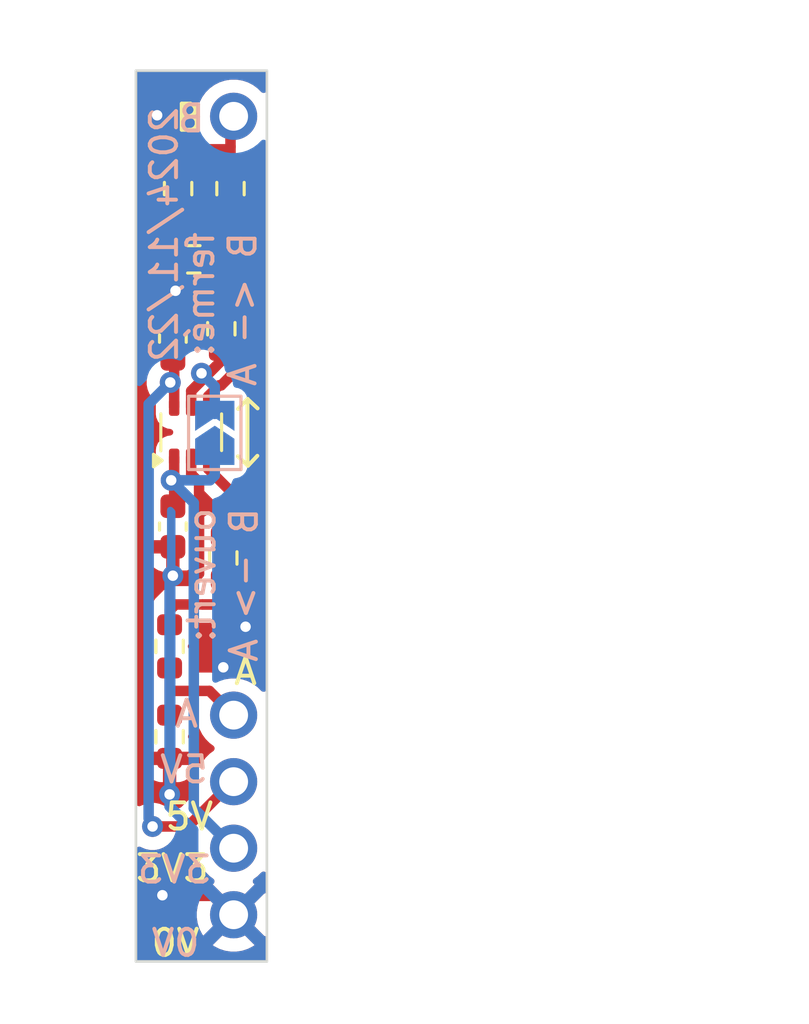
<source format=kicad_pcb>
(kicad_pcb (version 20241229) (generator "pcbnew") (generator_version "9.0")
  (layers (0 "F.Cu" signal) (2 "B.Cu" signal) (13 "F.Paste" user) (15 "B.Paste" user) (5 "F.SilkS" user "F.Silkscreen") (7 "B.SilkS" user "B.Silkscreen") (1 "F.Mask" user) (3 "B.Mask" user) (25 "Edge.Cuts" user))
  (net 0 "")
  (net 1 "/GND")
  (net 2 "/3V3")
  (net 3 "/5V")
  (net 4 "/OUT_i")
  (net 5 "Net-(U1-A)")
  (net 6 "Net-(U1-B)")
  (net 7 "/OUT")
  (net 8 "Net-(JP1-B)")
  (footprint "Resistor_SMD:R_0603_1608Metric" (layer "F.Cu") (at 248.525 82.9 90)
    (property "Reference" "R3" (hide yes))
    (property "Value" "NM")
    (fp_line (start -0.237258 -0.5225) (end 0.237258 -0.5225) (stroke (width 0.12)) (layer "F.SilkS"))
    (fp_line (start -0.237258 0.5225) (end 0.237258 0.5225) (stroke (width 0.12)) (layer "F.SilkS"))
    (pad "1" smd roundrect (at -0.825 0 90) (size 0.8 0.95) (layers "F.Cu" "F.Mask" "F.Paste") (net 5 "Net-(U1-A)"))
    (pad "2" smd roundrect (at 0.825 0 90) (size 0.8 0.95) (layers "F.Cu" "F.Mask" "F.Paste") (net 1 "/GND"))
  )
  (footprint "Chimere_comps:Pastille" (layer "F.Cu") (at 248.92 88.9)
    (property "Reference" "TP2" (hide yes))
    (property "Value" "TestPoint" (hide yes))
    (pad "1" thru_hole circle (at 0 0) (size 1.8 1.8) (drill 1.1) (layers "*.Cu" "*.Mask") (net 4 "/OUT_i"))
  )
  (footprint "Resistor_SMD:R_0603_1608Metric" (layer "F.Cu") (at 246.8 68.8 -90)
    (property "Reference" "R7" (hide yes))
    (property "Value" "100k")
    (fp_line (start -0.237258 0.5225) (end 0.237258 0.5225) (stroke (width 0.12)) (layer "F.SilkS"))
    (fp_line (start -0.237258 -0.5225) (end 0.237258 -0.5225) (stroke (width 0.12)) (layer "F.SilkS"))
    (pad "1" smd roundrect (at -0.825 0 270) (size 0.8 0.95) (layers "F.Cu" "F.Mask" "F.Paste") (net 7 "/OUT"))
    (pad "2" smd roundrect (at 0.825 0 270) (size 0.8 0.95) (layers "F.Cu" "F.Mask" "F.Paste") (net 1 "/GND"))
  )
  (footprint "Resistor_SMD:R_0603_1608Metric" (layer "F.Cu") (at 247.4 71.5 180)
    (property "Reference" "R5" (hide yes))
    (property "Value" "NM")
    (fp_line (start -0.237258 0.5225) (end 0.237258 0.5225) (stroke (width 0.12)) (layer "F.SilkS"))
    (fp_line (start -0.237258 -0.5225) (end 0.237258 -0.5225) (stroke (width 0.12)) (layer "F.SilkS"))
    (pad "1" smd roundrect (at -0.825 0 180) (size 0.8 0.95) (layers "F.Cu" "F.Mask" "F.Paste") (net 6 "Net-(U1-B)"))
    (pad "2" smd roundrect (at 0.825 0 180) (size 0.8 0.95) (layers "F.Cu" "F.Mask" "F.Paste") (net 1 "/GND"))
  )
  (footprint "Resistor_SMD:R_0603_1608Metric" (layer "F.Cu") (at 248.8 68.8 90)
    (property "Reference" "R6" (hide yes))
    (property "Value" "1k")
    (fp_line (start -0.237258 -0.5225) (end 0.237258 -0.5225) (stroke (width 0.12)) (layer "F.SilkS"))
    (fp_line (start -0.237258 0.5225) (end 0.237258 0.5225) (stroke (width 0.12)) (layer "F.SilkS"))
    (pad "1" smd roundrect (at -0.825 0 90) (size 0.8 0.95) (layers "F.Cu" "F.Mask" "F.Paste") (net 6 "Net-(U1-B)"))
    (pad "2" smd roundrect (at 0.825 0 90) (size 0.8 0.95) (layers "F.Cu" "F.Mask" "F.Paste") (net 7 "/OUT"))
  )
  (footprint "Chimere_comps:Pastille" (layer "F.Cu") (at 248.92 66.04)
    (property "Reference" "TP1" (hide yes))
    (property "Value" "TestPoint" (hide yes))
    (pad "1" thru_hole circle (at 0 0) (size 1.8 1.8) (drill 1.1) (layers "*.Cu" "*.Mask") (net 7 "/OUT"))
  )
  (footprint "Resistor_SMD:R_0603_1608Metric" (layer "F.Cu") (at 246.475 86.275 90)
    (property "Reference" "R2" (hide yes))
    (property "Value" "1k")
    (fp_line (start -0.237258 -0.5225) (end 0.237258 -0.5225) (stroke (width 0.12)) (layer "F.SilkS"))
    (fp_line (start -0.237258 0.5225) (end 0.237258 0.5225) (stroke (width 0.12)) (layer "F.SilkS"))
    (pad "1" smd roundrect (at -0.825 0 90) (size 0.8 0.95) (layers "F.Cu" "F.Mask" "F.Paste") (net 4 "/OUT_i"))
    (pad "2" smd roundrect (at 0.825 0 90) (size 0.8 0.95) (layers "F.Cu" "F.Mask" "F.Paste") (net 5 "Net-(U1-A)"))
  )
  (footprint "Package_TO_SOT_SMD:SOT-363_SC-70-6" (layer "F.Cu") (at 247.3 78.1 90)
    (property "Reference" "U1" (hide yes))
    (property "Value" "SN74LVC1T45DCK" (hide yes))
    (fp_line (start -0.71 -1.16) (end 0.7 -1.16) (stroke (width 0.12)) (layer "F.SilkS"))
    (fp_line (start -0.7 1.16) (end 0.7 1.16) (stroke (width 0.12)) (layer "F.SilkS"))
    (fp_poly (pts (xy -1.08 -1.11) (xy -1.32 -1.44) (xy -0.84 -1.44) (xy -1.08 -1.11)) (stroke (width 0.12)) (fill yes) (layer "F.SilkS"))
    (pad "1" smd roundrect (at -0.95 -0.65 90) (size 0.65 0.4) (layers "F.Cu" "F.Mask" "F.Paste") (net 2 "/3V3"))
    (pad "2" smd roundrect (at -0.95 0 90) (size 0.65 0.4) (layers "F.Cu" "F.Mask" "F.Paste") (net 1 "/GND"))
    (pad "3" smd roundrect (at -0.95 0.65 90) (size 0.65 0.4) (layers "F.Cu" "F.Mask" "F.Paste") (net 5 "Net-(U1-A)"))
    (pad "4" smd roundrect (at 0.95 0.65 90) (size 0.65 0.4) (layers "F.Cu" "F.Mask" "F.Paste") (net 6 "Net-(U1-B)"))
    (pad "5" smd roundrect (at 0.95 0 90) (size 0.65 0.4) (layers "F.Cu" "F.Mask" "F.Paste") (net 8 "Net-(JP1-B)"))
    (pad "6" smd roundrect (at 0.95 -0.65 90) (size 0.65 0.4) (layers "F.Cu" "F.Mask" "F.Paste") (net 3 "/5V"))
  )
  (footprint "Capacitor_SMD:C_0603_1608Metric" (layer "F.Cu") (at 246.6 81.7 -90)
    (property "Reference" "C1" (hide yes))
    (property "Value" "100nF 50V X7R")
    (fp_line (start -0.14058 0.51) (end 0.14058 0.51) (stroke (width 0.12)) (layer "F.SilkS"))
    (fp_line (start -0.14058 -0.51) (end 0.14058 -0.51) (stroke (width 0.12)) (layer "F.SilkS"))
    (pad "1" smd roundrect (at -0.775 0 270) (size 0.9 0.95) (layers "F.Cu" "F.Mask" "F.Paste") (net 2 "/3V3"))
    (pad "2" smd roundrect (at 0.775 0 270) (size 0.9 0.95) (layers "F.Cu" "F.Mask" "F.Paste") (net 1 "/GND"))
  )
  (footprint "Capacitor_SMD:C_0603_1608Metric" (layer "F.Cu") (at 246.6 74.525 90)
    (property "Reference" "C2" (hide yes))
    (property "Value" "100nF 50V X7R")
    (fp_line (start -0.14058 -0.51) (end 0.14058 -0.51) (stroke (width 0.12)) (layer "F.SilkS"))
    (fp_line (start -0.14058 0.51) (end 0.14058 0.51) (stroke (width 0.12)) (layer "F.SilkS"))
    (pad "1" smd roundrect (at -0.775 0 90) (size 0.9 0.95) (layers "F.Cu" "F.Mask" "F.Paste") (net 3 "/5V"))
    (pad "2" smd roundrect (at 0.775 0 90) (size 0.9 0.95) (layers "F.Cu" "F.Mask" "F.Paste") (net 1 "/GND"))
  )
  (footprint "Resistor_SMD:R_0603_1608Metric" (layer "F.Cu") (at 246.475 89.725 -90)
    (property "Reference" "R1" (hide yes))
    (property "Value" "100k")
    (fp_line (start -0.237258 0.5225) (end 0.237258 0.5225) (stroke (width 0.12)) (layer "F.SilkS"))
    (fp_line (start -0.237258 -0.5225) (end 0.237258 -0.5225) (stroke (width 0.12)) (layer "F.SilkS"))
    (pad "1" smd roundrect (at -0.825 0 270) (size 0.8 0.95) (layers "F.Cu" "F.Mask" "F.Paste") (net 4 "/OUT_i"))
    (pad "2" smd roundrect (at 0.825 0 270) (size 0.8 0.95) (layers "F.Cu" "F.Mask" "F.Paste") (net 1 "/GND"))
  )
  (footprint "Chimere_comps:Pastille" (layer "F.Cu") (at 248.92 96.52)
    (property "Reference" "TP5" (hide yes))
    (property "Value" "TestPoint" (hide yes))
    (pad "1" thru_hole circle (at 0 0) (size 1.8 1.8) (drill 1.1) (layers "*.Cu" "*.Mask") (net 1 "/GND"))
  )
  (footprint "Chimere_comps:Pastille" (layer "F.Cu") (at 248.92 91.44)
    (property "Reference" "TP3" (hide yes))
    (property "Value" "TestPoint" (hide yes))
    (pad "1" thru_hole circle (at 0 0) (size 1.8 1.8) (drill 1.1) (layers "*.Cu" "*.Mask") (net 3 "/5V"))
  )
  (footprint "Resistor_SMD:R_0603_1608Metric" (layer "F.Cu") (at 248.45 74.15 90)
    (property "Reference" "R4" (hide yes))
    (property "Value" "100k")
    (fp_line (start -0.237258 -0.5225) (end 0.237258 -0.5225) (stroke (width 0.12)) (layer "F.SilkS"))
    (fp_line (start -0.237258 0.5225) (end 0.237258 0.5225) (stroke (width 0.12)) (layer "F.SilkS"))
    (pad "1" smd roundrect (at -0.825 0 90) (size 0.8 0.95) (layers "F.Cu" "F.Mask" "F.Paste") (net 8 "Net-(JP1-B)"))
    (pad "2" smd roundrect (at 0.825 0 90) (size 0.8 0.95) (layers "F.Cu" "F.Mask" "F.Paste") (net 1 "/GND"))
  )
  (footprint "Chimere_comps:Pastille" (layer "F.Cu") (at 248.92 93.98)
    (property "Reference" "TP4" (hide yes))
    (property "Value" "TestPoint" (hide yes))
    (pad "1" thru_hole circle (at 0 0) (size 1.8 1.8) (drill 1.1) (layers "*.Cu" "*.Mask") (net 2 "/3V3"))
  )
  (footprint "Jumper:SolderJumper-2_P1.3mm_Open_TrianglePad1.0x1.5mm" (layer "B.Cu") (at 248.2 78.125 90)
    (property "Reference" "JP1" (hide yes))
    (property "Value" "SolderJumper_2_Open" (hide yes))
    (fp_line (start 1.4 -1) (end -1.4 -1) (stroke (width 0.12)) (layer "B.SilkS"))
    (fp_line (start -1.4 -1) (end -1.4 1) (stroke (width 0.12)) (layer "B.SilkS"))
    (fp_line (start 1.4 1) (end 1.4 -1) (stroke (width 0.12)) (layer "B.SilkS"))
    (fp_line (start -1.4 1) (end 1.4 1) (stroke (width 0.12)) (layer "B.SilkS"))
    (pad "1" smd custom (at -0.725 0 90) (size 0.3 0.3) (layers "B.Cu" "B.Mask") (net 2 "/3V3") (options (clearance outline) (anchor rect)) (primitives (gr_poly (pts (xy 1 0) (xy 0.5 -0.75) (xy -0.5 -0.75) (xy -0.5 0.75) (xy 0.5 0.75)) (width 0) (fill yes))))
    (pad "2" smd custom (at 0.725 0 90) (size 0.3 0.3) (layers "B.Cu" "B.Mask") (net 8 "Net-(JP1-B)") (options (clearance outline) (anchor rect)) (primitives (gr_poly (pts (xy 0.5 -0.75) (xy -0.65 -0.75) (xy -0.15 0) (xy -0.65 0.75) (xy 0.5 0.75)) (width 0) (fill yes))))
  )
  (gr_line (start 249.45 76.83) (end 249.45 79.37) (stroke (width 0.15)) (layer "F.SilkS"))
  (gr_line (start 249.0825 79.02) (end 249.4675 79.38) (stroke (width 0.15)) (layer "F.SilkS"))
  (gr_line (start 249.0925 77.21) (end 249.4525 76.825) (stroke (width 0.15)) (layer "F.SilkS"))
  (gr_line (start 249.835 77.19) (end 249.45 76.83) (stroke (width 0.15)) (layer "F.SilkS"))
  (gr_line (start 249.825 79) (end 249.465 79.385) (stroke (width 0.15)) (layer "F.SilkS"))
  (gr_line (start 245.19 98.3) (end 245.19 64.3) (stroke (width 0.1)) (layer "Edge.Cuts"))
  (gr_line (start 250.19 64.3) (end 245.19 64.3) (stroke (width 0.1)) (layer "Edge.Cuts"))
  (gr_line (start 250.19 98.3) (end 245.19 98.3) (stroke (width 0.1)) (layer "Edge.Cuts"))
  (gr_line (start 250.19 98.3) (end 250.19 64.3) (stroke (width 0.1)) (layer "Edge.Cuts"))
  (gr_text "A" (at 249.375 87.225 0) (layer "F.SilkS") (effects (font (size 1 1))))
  (gr_text "B" (at 247.2 66.1 0) (layer "F.SilkS") (effects (font (size 1 1))))
  (gr_text "0V" (at 246.7 97.6 0) (layer "F.SilkS") (effects (font (size 1 1))))
  (gr_text "5V" (at 247.225 92.775 0) (layer "F.SilkS") (effects (font (size 1 1))))
  (gr_text "3V3" (at 246.575 94.75 0) (layer "F.SilkS") (effects (font (size 1 1))))
  (gr_text "5V" (at 247.025 90.975 0) (layer "B.SilkS") (effects (font (size 1 1)) (justify mirror)))
  (gr_text "B" (at 247.3 66.125 0) (layer "B.SilkS") (effects (font (size 1 1)) (justify mirror)))
  (gr_text "A" (at 247.125 88.85 0) (layer "B.SilkS") (effects (font (size 1 1)) (justify mirror)))
  (gr_text "0V" (at 246.7 97.6 0) (layer "B.SilkS") (effects (font (size 1 1)) (justify mirror)))
  (gr_text "fermé:\nB <- A" (at 249.85 70.375 90) (layer "B.SilkS") (effects (font (size 1 1)) (justify left bottom mirror)))
  (gr_text "2024/11/22" (at 246.85 65.6 90) (layer "B.SilkS") (effects (font (size 1 1)) (justify left bottom mirror)))
  (gr_text "ouvert:\nB -> A" (at 249.9 80.9 90) (layer "B.SilkS") (effects (font (size 1 1)) (justify left bottom mirror)))
  (gr_text "3V3" (at 246.65 94.8 0) (layer "B.SilkS") (effects (font (size 1 1)) (justify mirror)))
  (segment (start 246.725 72.725) (end 246.7 72.7) (width 0.4) (layer "F.Cu") (net 1))
  (segment (start 246.475 90.55) (end 246.475 91.925) (width 0.4) (layer "F.Cu") (net 1))
  (segment (start 245.9 71.5) (end 246.575 71.5) (width 0.4) (layer "F.Cu") (net 1))
  (segment (start 246.8 69.625) (end 246.8 70.6) (width 0.4) (layer "F.Cu") (net 1))
  (segment (start 247.6 80) (end 247.6 80.575) (width 0.4) (layer "F.Cu") (net 1))
  (segment (start 248.525 82.075) (end 248.525 81.5) (width 0.4) (layer "F.Cu") (net 1))
  (segment (start 247.6 80.575) (end 247.6 83.5) (width 0.4) (layer "F.Cu") (net 1))
  (segment (start 246.6 82.475) (end 246.6 83.57661) (width 0.4) (layer "F.Cu") (net 1))
  (segment (start 246.6 83.57661) (end 246.5995 83.57711) (width 0.4) (layer "F.Cu") (net 1))
  (segment (start 247.3 79.7) (end 247.6 80) (width 0.4) (layer "F.Cu") (net 1))
  (segment (start 247.52289 83.57711) (end 246.5995 83.57711) (width 0.4) (layer "F.Cu") (net 1))
  (segment (start 248.45 73.325) (end 248.45 72.9) (width 0.4) (layer "F.Cu") (net 1))
  (segment (start 246.2 95.775) (end 246.225 95.8) (width 0.4) (layer "F.Cu") (net 1))
  (segment (start 245.8 72.3) (end 245.8 70.6) (width 0.4) (layer "F.Cu") (net 1))
  (segment (start 245.8 72.3) (end 245.8 71.6) (width 0.4) (layer "F.Cu") (net 1))
  (segment (start 246.6 73.75) (end 246.6 72.8) (width 0.4) (layer "F.Cu") (net 1))
  (segment (start 248.45 72.9) (end 248.275 72.725) (width 0.4) (layer "F.Cu") (net 1))
  (segment (start 246.7 72.7) (end 245.9 72.7) (width 0.4) (layer "F.Cu") (net 1))
  (segment (start 246.8 70.6) (end 245.8 70.6) (width 0.4) (layer "F.Cu") (net 1))
  (segment (start 245.8 72.6) (end 245.8 72.3) (width 0.4) (layer "F.Cu") (net 1))
  (segment (start 247.3 79.05) (end 247.3 79.7) (width 0.4) (layer "F.Cu") (net 1))
  (segment (start 248.525 81.5) (end 247.6 80.575) (width 0.4) (layer "F.Cu") (net 1))
  (segment (start 246.225 95.8) (end 248.2 95.8) (width 0.4) (layer "F.Cu") (net 1))
  (segment (start 247.6 83.5) (end 247.52289 83.57711) (width 0.4) (layer "F.Cu") (net 1))
  (segment (start 248.275 72.725) (end 246.725 72.725) (width 0.4) (layer "F.Cu") (net 1))
  (segment (start 248.2 95.8) (end 248.92 96.52) (width 0.4) (layer "F.Cu") (net 1))
  (segment (start 246.6 72.8) (end 246.7 72.7) (width 0.4) (layer "F.Cu") (net 1))
  (segment (start 245.9 72.7) (end 245.8 72.6) (width 0.4) (layer "F.Cu") (net 1))
  (segment (start 245.8 71.6) (end 245.9 71.5) (width 0.4) (layer "F.Cu") (net 1))
  (via (at 246.7 72.7) (size 0.8) (drill 0.4) (layers "F.Cu" "B.Cu") (net 1))
  (via (at 248.525 87.075) (size 0.8) (drill 0.4) (layers "F.Cu" "B.Cu") (net 1))
  (via (at 246.475 91.925) (size 0.8) (drill 0.4) (layers "F.Cu" "B.Cu") (net 1))
  (via (at 246 66) (size 0.8) (drill 0.4) (layers "F.Cu" "B.Cu") (net 1))
  (via (at 246.5995 83.57711) (size 0.8) (drill 0.4) (layers "F.Cu" "B.Cu") (net 1))
  (via (at 249.375 85.525) (size 0.8) (drill 0.4) (layers "F.Cu" "B.Cu") (net 1))
  (via (at 246.2 95.775) (size 0.8) (drill 0.4) (layers "F.Cu" "B.Cu") (net 1))
  (segment (start 246.475 91.925) (end 246.475 83.70161) (width 0.4) (layer "B.Cu") (net 1))
  (segment (start 247.375 94.6) (end 247.375 94.1) (width 0.4) (layer "B.Cu") (net 1))
  (segment (start 246.2 95.775) (end 247.375 94.6) (width 0.4) (layer "B.Cu") (net 1))
  (segment (start 246.475 92.383528) (end 246.475 91.925) (width 0.4) (layer "B.Cu") (net 1))
  (segment (start 247.375 93.283528) (end 246.475 92.383528) (width 0.4) (layer "B.Cu") (net 1))
  (segment (start 246.475 83.70161) (end 246.5995 83.57711) (width 0.4) (layer "B.Cu") (net 1))
  (segment (start 247.375 94.1) (end 247.375 93.283528) (width 0.4) (layer "B.Cu") (net 1))
  (segment (start 246.65 79.05) (end 246.65 79.9) (width 0.4) (layer "F.Cu") (net 2))
  (segment (start 246.65 79.9) (end 246.570976 79.9) (width 0.4) (layer "F.Cu") (net 2))
  (segment (start 246.65 79.9) (end 246.65 80.875) (width 0.4) (layer "F.Cu") (net 2))
  (segment (start 246.570976 79.9) (end 246.535854 79.935122) (width 0.4) (layer "F.Cu") (net 2))
  (via (at 246.535854 79.935122) (size 0.8) (drill 0.4) (layers "F.Cu" "B.Cu") (net 2))
  (segment (start 248.92 93.98) (end 247.3995 92.4595) (width 0.4) (layer "B.Cu") (net 2))
  (segment (start 247.3995 92.4595) (end 247.3995 80.798768) (width 0.4) (layer "B.Cu") (net 2))
  (segment (start 247.3995 80.798768) (end 246.535854 79.935122) (width 0.4) (layer "B.Cu") (net 2))
  (segment (start 248.014878 79.935122) (end 246.535854 79.935122) (width 0.4) (layer "B.Cu") (net 2))
  (segment (start 248.2 78.85) (end 248.2 79.75) (width 0.4) (layer "B.Cu") (net 2))
  (segment (start 248.2 79.75) (end 248.014878 79.935122) (width 0.4) (layer "B.Cu") (net 2))
  (segment (start 247.175 93.15) (end 247.3125 93.0125) (width 0.4) (layer "F.Cu") (net 3))
  (segment (start 248.885 91.44) (end 247.3125 93.0125) (width 0.4) (layer "F.Cu") (net 3))
  (segment (start 246.65 76.2) (end 246.65 75.35) (width 0.4) (layer "F.Cu") (net 3))
  (segment (start 246.65 76.2) (end 246.5005 76.2) (width 0.4) (layer "F.Cu") (net 3))
  (segment (start 245.825 93.15) (end 247.175 93.15) (width 0.4) (layer "F.Cu") (net 3))
  (segment (start 246.65 77.15) (end 246.65 76.2) (width 0.4) (layer "F.Cu") (net 3))
  (via (at 245.825 93.15) (size 0.8) (drill 0.4) (layers "F.Cu" "B.Cu") (net 3))
  (via (at 246.5005 76.2) (size 0.8) (drill 0.4) (layers "F.Cu" "B.Cu") (net 3))
  (segment (start 245.675 77.0255) (end 246.5005 76.2) (width 0.4) (layer "B.Cu") (net 3))
  (segment (start 245.675 92.85) (end 245.675 77.0255) (width 0.4) (layer "B.Cu") (net 3))
  (segment (start 246.475 87.975) (end 246.475 87.1) (width 0.4) (layer "F.Cu") (net 4))
  (segment (start 246.475 87.975) (end 247.995 87.975) (width 0.4) (layer "F.Cu") (net 4))
  (segment (start 247.995 87.975) (end 248.92 88.9) (width 0.4) (layer "F.Cu") (net 4))
  (segment (start 246.475 88.9) (end 246.475 87.975) (width 0.4) (layer "F.Cu") (net 4))
  (segment (start 247.725 84.675) (end 248.55 84.675) (width 0.4) (layer "F.Cu") (net 5))
  (segment (start 249.4 84.375) (end 249.4 80.951472) (width 0.4) (layer "F.Cu") (net 5))
  (segment (start 247.95 79.501472) (end 247.95 79.05) (width 0.4) (layer "F.Cu") (net 5))
  (segment (start 246.475 84.9) (end 246.7 84.675) (width 0.4) (layer "F.Cu") (net 5))
  (segment (start 249.1 84.675) (end 249.4 84.375) (width 0.4) (layer "F.Cu") (net 5))
  (segment (start 246.475 85.45) (end 246.475 84.9) (width 0.4) (layer "F.Cu") (net 5))
  (segment (start 248.525 84.65) (end 249.125 84.65) (width 0.4) (layer "F.Cu") (net 5))
  (segment (start 249.125 84.65) (end 249.4 84.375) (width 0.4) (layer "F.Cu") (net 5))
  (segment (start 246.7 84.675) (end 247.725 84.675) (width 0.4) (layer "F.Cu") (net 5))
  (segment (start 248.55 84.675) (end 248.525 84.65) (width 0.4) (layer "F.Cu") (net 5))
  (segment (start 249.4 80.951472) (end 247.95 79.501472) (width 0.4) (layer "F.Cu") (net 5))
  (segment (start 248.525 84.65) (end 248.525 83.725) (width 0.4) (layer "F.Cu") (net 5))
  (segment (start 247.725 84.675) (end 249.1 84.675) (width 0.4) (layer "F.Cu") (net 5))
  (segment (start 247.95 77.15) (end 247.95 76.723528) (width 0.4) (layer "F.Cu") (net 6))
  (segment (start 249.1 70.7) (end 248.8 70.4) (width 0.4) (layer "F.Cu") (net 6))
  (segment (start 249.1 71.5) (end 249.1 70.7) (width 0.4) (layer "F.Cu") (net 6))
  (segment (start 248.225 71.5) (end 249.1 71.5) (width 0.4) (layer "F.Cu") (net 6))
  (segment (start 248.442306 76.311764) (end 249.325 75.42907) (width 0.4) (layer "F.Cu") (net 6))
  (segment (start 249.325 71.725) (end 249.1 71.5) (width 0.4) (layer "F.Cu") (net 6))
  (segment (start 249.325 75.42907) (end 249.325 71.725) (width 0.4) (layer "F.Cu") (net 6))
  (segment (start 248.361764 76.311764) (end 248.442306 76.311764) (width 0.4) (layer "F.Cu") (net 6))
  (segment (start 247.95 76.723528) (end 248.361764 76.311764) (width 0.4) (layer "F.Cu") (net 6))
  (segment (start 248.8 70.4) (end 248.8 69.625) (width 0.4) (layer "F.Cu") (net 6))
  (segment (start 248.8 67.2) (end 248.8 66.16) (width 0.4) (layer "F.Cu") (net 7))
  (segment (start 246.8 67.4) (end 246.9 67.3) (width 0.4) (layer "F.Cu") (net 7))
  (segment (start 248.8 67.975) (end 248.8 67.2) (width 0.4) (layer "F.Cu") (net 7))
  (segment (start 246.9 67.3) (end 248.7 67.3) (width 0.4) (layer "F.Cu") (net 7))
  (segment (start 248.7 67.3) (end 248.8 67.2) (width 0.4) (layer "F.Cu") (net 7))
  (segment (start 246.8 67.975) (end 246.8 67.4) (width 0.4) (layer "F.Cu") (net 7))
  (segment (start 248.45 75.375) (end 248.45 74.975) (width 0.4) (layer "F.Cu") (net 8))
  (segment (start 248.25 75.575) (end 247.825 76) (width 0.4) (layer "F.Cu") (net 8))
  (segment (start 247.825 76) (end 247.625 76.2) (width 0.4) (layer "F.Cu") (net 8))
  (segment (start 248.45 74.975) (end 248.45 75.3) (width 0.4) (layer "F.Cu") (net 8))
  (segment (start 247.3 77.15) (end 247.3 76.525) (width 0.4) (layer "F.Cu") (net 8))
  (segment (start 247.3 76.525) (end 248.45 75.375) (width 0.4) (layer "F.Cu") (net 8))
  (segment (start 247.825 76) (end 247.693079 75.868079) (width 0.4) (layer "F.Cu") (net 8))
  (segment (start 247.693079 75.868079) (end 247.693079 75.849783) (width 0.4) (layer "F.Cu") (net 8))
  (segment (start 247.3 76.525) (end 247.625 76.2) (width 0.4) (layer "F.Cu") (net 8))
  (via (at 247.693079 75.849783) (size 0.8) (drill 0.4) (layers "F.Cu" "B.Cu") (net 8))
  (segment (start 248.2 77.4) (end 248.2 76.356704) (width 0.4) (layer "B.Cu") (net 8))
  (segment (start 248.2 76.356704) (end 247.693079 75.849783) (width 0.4) (layer "B.Cu") (net 8))
  (zone (net 1) (net_name "/GND") (layers "F.Cu" "B.Cu") (connect_pads (clearance 0.5)) (min_thickness 0.254) (fill yes (thermal_gap 0.508) (thermal_bridge_width 0.508))
    (polygon (pts (xy 270.9 100.6) (xy 240 100.7) (xy 240 61.7) (xy 270.9 61.6)))
  )
)
</source>
